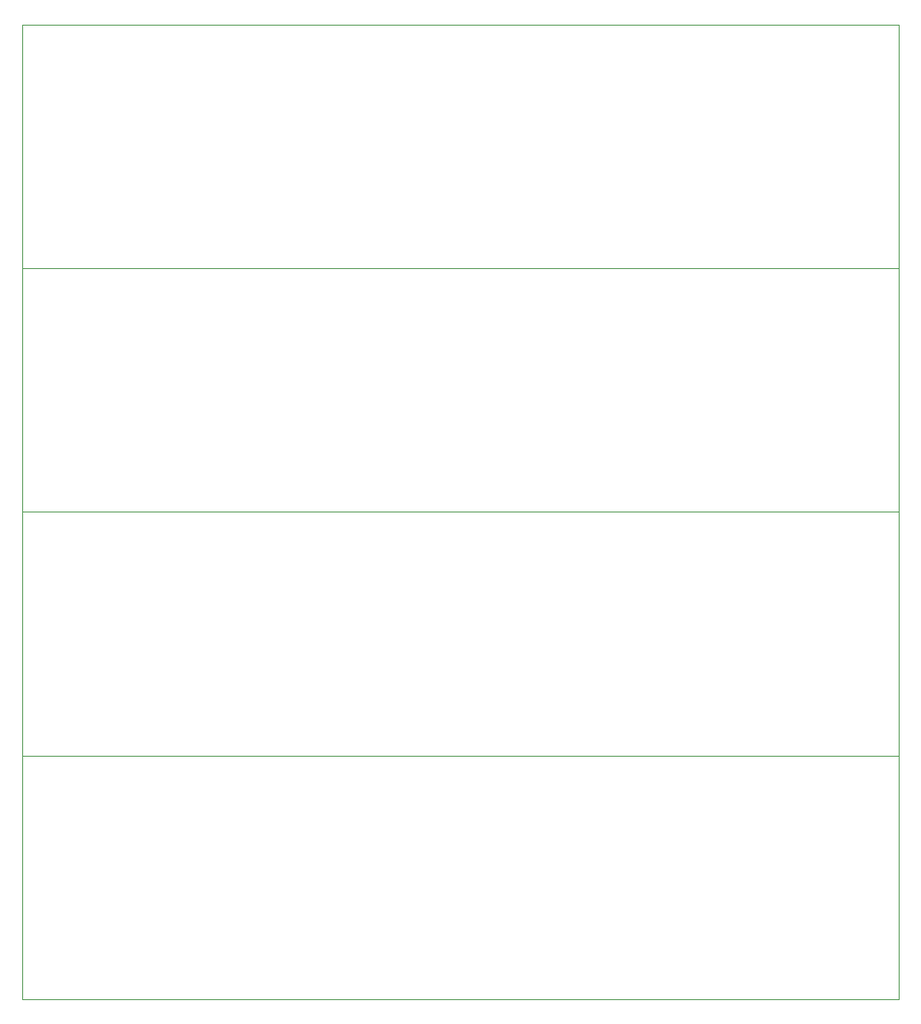
<source format=gbr>
%TF.GenerationSoftware,KiCad,Pcbnew,(6.0.7)*%
%TF.CreationDate,2023-02-24T04:41:47+08:00*%
%TF.ProjectId,PowerPanelization,506f7765-7250-4616-9e65-6c697a617469,rev?*%
%TF.SameCoordinates,Original*%
%TF.FileFunction,Profile,NP*%
%FSLAX46Y46*%
G04 Gerber Fmt 4.6, Leading zero omitted, Abs format (unit mm)*
G04 Created by KiCad (PCBNEW (6.0.7)) date 2023-02-24 04:41:47*
%MOMM*%
%LPD*%
G01*
G04 APERTURE LIST*
%TA.AperFunction,Profile*%
%ADD10C,0.100000*%
%TD*%
G04 APERTURE END LIST*
D10*
X95230000Y-130950000D02*
X95230000Y-155950000D01*
X185230000Y-155950000D02*
X185230000Y-130950000D01*
X95230000Y-155950000D02*
X185230000Y-155950000D01*
X185230000Y-130950000D02*
X95230000Y-130950000D01*
X95230000Y-105950000D02*
X95230000Y-130950000D01*
X185230000Y-130950000D02*
X185230000Y-105950000D01*
X95230000Y-130950000D02*
X185230000Y-130950000D01*
X185230000Y-105950000D02*
X95230000Y-105950000D01*
X95230000Y-80950000D02*
X95230000Y-105950000D01*
X185230000Y-105950000D02*
X185230000Y-80950000D01*
X95230000Y-105950000D02*
X185230000Y-105950000D01*
X185230000Y-80950000D02*
X95230000Y-80950000D01*
X185230000Y-55950000D02*
X95230000Y-55950000D01*
X95230000Y-80950000D02*
X185230000Y-80950000D01*
X185230000Y-80950000D02*
X185230000Y-55950000D01*
X95230000Y-55950000D02*
X95230000Y-80950000D01*
M02*

</source>
